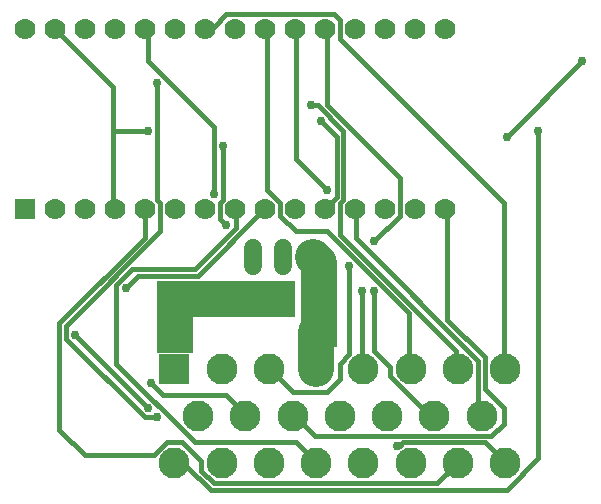
<source format=gbr>
G04 EAGLE Gerber X2 export*
%TF.Part,Single*%
%TF.FileFunction,Copper,L2,Bot,Mixed*%
%TF.FilePolarity,Positive*%
%TF.GenerationSoftware,Autodesk,EAGLE,9.1.3*%
%TF.CreationDate,2020-03-05T04:38:37Z*%
G75*
%MOMM*%
%FSLAX34Y34*%
%LPD*%
%AMOC8*
5,1,8,0,0,1.08239X$1,22.5*%
G01*
%ADD10R,1.778000X1.778000*%
%ADD11C,1.778000*%
%ADD12C,1.524000*%
%ADD13R,2.625000X2.625000*%
%ADD14C,2.625000*%
%ADD15C,0.381000*%
%ADD16C,0.756400*%
%ADD17R,3.048000X3.048000*%
%ADD18C,3.048000*%


D10*
X0Y101600D03*
D11*
X25400Y101600D03*
X50800Y101600D03*
X76200Y101600D03*
X101600Y101600D03*
X127000Y101600D03*
X152400Y101600D03*
X177800Y101600D03*
X203200Y101600D03*
X228600Y101600D03*
X254000Y101600D03*
X279400Y101600D03*
X304800Y101600D03*
X330200Y101600D03*
X355600Y101600D03*
X0Y254000D03*
X25400Y254000D03*
X50800Y254000D03*
X76200Y254000D03*
X101600Y254000D03*
X127000Y254000D03*
X152400Y254000D03*
X177800Y254000D03*
X203200Y254000D03*
X228600Y254000D03*
X254000Y254000D03*
X279400Y254000D03*
X304800Y254000D03*
X330200Y254000D03*
X355600Y254000D03*
D12*
X193040Y68580D02*
X193040Y53340D01*
X218440Y53340D02*
X218440Y68580D01*
X243840Y68580D02*
X243840Y53340D01*
D13*
X126700Y-33660D03*
D14*
X166700Y-33660D03*
X206700Y-33660D03*
X246700Y-33660D03*
X286700Y-33660D03*
X326700Y-33660D03*
X366700Y-33660D03*
X406700Y-33660D03*
X146700Y-73660D03*
X186700Y-73660D03*
X226700Y-73660D03*
X266700Y-73660D03*
X306700Y-73660D03*
X346700Y-73660D03*
X386700Y-73660D03*
X126700Y-113660D03*
X166700Y-113660D03*
X206700Y-113660D03*
X246700Y-113660D03*
X286700Y-113660D03*
X326700Y-113660D03*
X366700Y-113660D03*
X406700Y-113660D03*
D15*
X101346Y77343D02*
X101346Y101346D01*
X101346Y77343D02*
X29337Y5334D01*
X29337Y-85344D01*
X50673Y-106680D01*
X109347Y-106680D01*
X120015Y-96012D01*
X133350Y-96012D01*
X149352Y-112014D01*
X149352Y-120015D01*
X160020Y-130683D01*
X349377Y-130683D01*
X365379Y-114681D01*
X101600Y101600D02*
X101346Y101346D01*
X365379Y-114681D02*
X366700Y-113660D01*
X178689Y85344D02*
X178689Y101346D01*
X178689Y85344D02*
X144018Y50673D01*
X90678Y50673D01*
X77343Y37338D01*
X77343Y-29337D01*
X144018Y-96012D01*
X229362Y-96012D01*
X245364Y-112014D01*
X178689Y101346D02*
X177800Y101600D01*
X245364Y-112014D02*
X246700Y-113660D01*
X146685Y45339D02*
X202692Y101346D01*
X146685Y45339D02*
X96012Y45339D01*
X85344Y34671D01*
X202692Y101346D02*
X203200Y101600D01*
D16*
X85344Y34671D03*
D15*
X256032Y104013D02*
X264033Y112014D01*
X264033Y162687D01*
X250698Y176022D01*
X256032Y104013D02*
X254000Y101600D01*
X136017Y-114681D02*
X128016Y-114681D01*
X136017Y-114681D02*
X157353Y-136017D01*
X408051Y-136017D01*
X434721Y-109347D01*
X434721Y168021D01*
X128016Y-114681D02*
X126700Y-113660D01*
D16*
X250698Y176022D03*
X434721Y168021D03*
D15*
X280035Y101346D02*
X280035Y77343D01*
X384048Y-26670D01*
X384048Y-72009D01*
X280035Y101346D02*
X279400Y101600D01*
X384048Y-72009D02*
X386700Y-73660D01*
X296037Y-18669D02*
X296037Y32004D01*
X296037Y-18669D02*
X309372Y-32004D01*
X309372Y-40005D01*
X344043Y-74676D01*
X346700Y-73660D01*
D16*
X296037Y32004D03*
D15*
X357378Y8001D02*
X357378Y101346D01*
X357378Y8001D02*
X389382Y-24003D01*
X389382Y-50673D01*
X405384Y-66675D01*
X405384Y-80010D01*
X394716Y-90678D01*
X245364Y-90678D01*
X229362Y-74676D01*
X355600Y101600D02*
X357378Y101346D01*
X229362Y-74676D02*
X226700Y-73660D01*
X104013Y226695D02*
X104013Y253365D01*
X104013Y226695D02*
X160020Y170688D01*
X160020Y114681D01*
X106680Y-45339D02*
X117348Y-56007D01*
X170688Y-56007D01*
X186690Y-72009D01*
X104013Y253365D02*
X101600Y254000D01*
X186690Y-72009D02*
X186700Y-73660D01*
D16*
X160020Y114681D03*
X106680Y-45339D03*
D15*
X112014Y109347D02*
X112014Y208026D01*
X112014Y109347D02*
X114681Y106680D01*
X114681Y82677D01*
X34671Y2667D01*
X34671Y-8001D01*
X101346Y-74676D01*
X112014Y-74676D01*
D16*
X112014Y208026D03*
X112014Y-74676D03*
D15*
X154686Y256032D02*
X160020Y256032D01*
X170688Y266700D01*
X261366Y266700D01*
X266700Y261366D01*
X266700Y245364D01*
X405384Y106680D01*
X405384Y-32004D01*
X152400Y254000D02*
X154686Y256032D01*
X405384Y-32004D02*
X406700Y-33660D01*
X248031Y189357D02*
X242697Y189357D01*
X248031Y189357D02*
X269367Y168021D01*
X269367Y109347D01*
X266700Y106680D01*
X266700Y80010D01*
X365379Y-18669D01*
X365379Y-32004D01*
X366700Y-33660D01*
D16*
X242697Y189357D03*
D15*
X205359Y253365D02*
X205359Y117348D01*
X216027Y106680D01*
X216027Y96012D01*
X229362Y82677D01*
X256032Y82677D01*
X325374Y13335D01*
X325374Y-32004D01*
X205359Y253365D02*
X203200Y254000D01*
X325374Y-32004D02*
X326700Y-33660D01*
X229362Y144018D02*
X229362Y253365D01*
X229362Y144018D02*
X256032Y117348D01*
X285369Y32004D02*
X285369Y-32004D01*
X229362Y253365D02*
X228600Y254000D01*
X285369Y-32004D02*
X286700Y-33660D01*
D16*
X256032Y117348D03*
X285369Y32004D03*
D15*
X256032Y189357D02*
X256032Y253365D01*
X256032Y189357D02*
X317373Y128016D01*
X317373Y96012D01*
X296037Y74676D01*
X274701Y53340D02*
X274701Y-21336D01*
X266700Y-29337D01*
X266700Y-42672D01*
X256032Y-53340D01*
X226695Y-53340D01*
X208026Y-34671D01*
X256032Y253365D02*
X254000Y254000D01*
X206700Y-33660D02*
X208026Y-34671D01*
D16*
X296037Y74676D03*
X274701Y53340D03*
D15*
X314706Y-98679D02*
X317373Y-98679D01*
X320040Y-96012D01*
X389382Y-96012D01*
X405384Y-112014D01*
X406700Y-113660D01*
X74676Y168021D02*
X74676Y205359D01*
X74676Y168021D02*
X74676Y104013D01*
X74676Y205359D02*
X26670Y253365D01*
X74676Y104013D02*
X76200Y101600D01*
X26670Y253365D02*
X25400Y254000D01*
X74676Y168021D02*
X104013Y168021D01*
D16*
X314706Y-98679D03*
X104013Y168021D03*
D15*
X42672Y-5334D02*
X104013Y-66675D01*
D16*
X42672Y-5334D03*
X104013Y-66675D03*
D17*
X127000Y-5080D03*
X127000Y25400D03*
X157480Y25400D03*
X187960Y25400D03*
X213360Y25400D03*
X248920Y30480D03*
X248920Y0D03*
D18*
X246700Y-2220D02*
X246700Y-33660D01*
X246700Y-2220D02*
X248920Y0D01*
X248920Y30480D01*
X248920Y55880D01*
X243840Y60960D01*
D15*
X168021Y109347D02*
X168021Y154686D01*
X168021Y109347D02*
X165354Y106680D01*
X165354Y93345D01*
X170688Y88011D01*
D16*
X168021Y154686D03*
X170688Y88011D03*
D15*
X408051Y162687D02*
X472059Y226695D01*
D16*
X408051Y162687D03*
X472059Y226695D03*
M02*

</source>
